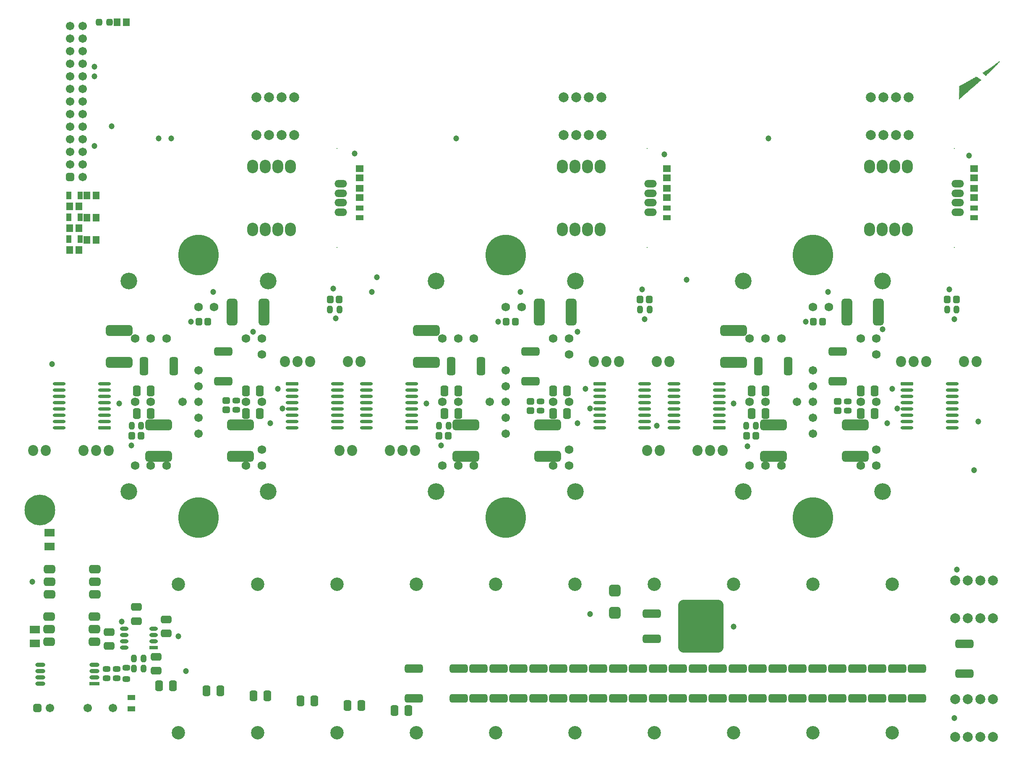
<source format=gts>
G04*
G04 #@! TF.GenerationSoftware,Altium Limited,Altium Designer,24.1.2 (44)*
G04*
G04 Layer_Color=8388736*
%FSLAX44Y44*%
%MOMM*%
G71*
G04*
G04 #@! TF.SameCoordinates,79274CF1-F64A-4BB2-BB1D-09D00C332B84*
G04*
G04*
G04 #@! TF.FilePolarity,Negative*
G04*
G01*
G75*
G04:AMPARAMS|DCode=21|XSize=2.6028mm|YSize=0.6221mm|CornerRadius=0.1555mm|HoleSize=0mm|Usage=FLASHONLY|Rotation=180.000|XOffset=0mm|YOffset=0mm|HoleType=Round|Shape=RoundedRectangle|*
%AMROUNDEDRECTD21*
21,1,2.6028,0.3111,0,0,180.0*
21,1,2.2917,0.6221,0,0,180.0*
1,1,0.3111,-1.1459,0.1555*
1,1,0.3111,1.1459,0.1555*
1,1,0.3111,1.1459,-0.1555*
1,1,0.3111,-1.1459,-0.1555*
%
%ADD21ROUNDEDRECTD21*%
G04:AMPARAMS|DCode=22|XSize=2.6028mm|YSize=0.6221mm|CornerRadius=0.3111mm|HoleSize=0mm|Usage=FLASHONLY|Rotation=180.000|XOffset=0mm|YOffset=0mm|HoleType=Round|Shape=RoundedRectangle|*
%AMROUNDEDRECTD22*
21,1,2.6028,0.0000,0,0,180.0*
21,1,1.9807,0.6221,0,0,180.0*
1,1,0.6221,-0.9903,0.0000*
1,1,0.6221,0.9903,0.0000*
1,1,0.6221,0.9903,0.0000*
1,1,0.6221,-0.9903,0.0000*
%
%ADD22ROUNDEDRECTD22*%
%ADD44R,2.1532X1.6032*%
%ADD45C,1.2032*%
%ADD46R,1.1032X1.5032*%
%ADD47R,1.3532X1.5532*%
G04:AMPARAMS|DCode=48|XSize=1.5532mm|YSize=1.3532mm|CornerRadius=0.3891mm|HoleSize=0mm|Usage=FLASHONLY|Rotation=270.000|XOffset=0mm|YOffset=0mm|HoleType=Round|Shape=RoundedRectangle|*
%AMROUNDEDRECTD48*
21,1,1.5532,0.5750,0,0,270.0*
21,1,0.7750,1.3532,0,0,270.0*
1,1,0.7782,-0.2875,-0.3875*
1,1,0.7782,-0.2875,0.3875*
1,1,0.7782,0.2875,0.3875*
1,1,0.7782,0.2875,-0.3875*
%
%ADD48ROUNDEDRECTD48*%
G04:AMPARAMS|DCode=49|XSize=3.7032mm|YSize=1.7032mm|CornerRadius=0.4766mm|HoleSize=0mm|Usage=FLASHONLY|Rotation=0.000|XOffset=0mm|YOffset=0mm|HoleType=Round|Shape=RoundedRectangle|*
%AMROUNDEDRECTD49*
21,1,3.7032,0.7500,0,0,0.0*
21,1,2.7500,1.7032,0,0,0.0*
1,1,0.9532,1.3750,-0.3750*
1,1,0.9532,-1.3750,-0.3750*
1,1,0.9532,-1.3750,0.3750*
1,1,0.9532,1.3750,0.3750*
%
%ADD49ROUNDEDRECTD49*%
G04:AMPARAMS|DCode=50|XSize=2.1532mm|YSize=1.6032mm|CornerRadius=0.4516mm|HoleSize=0mm|Usage=FLASHONLY|Rotation=0.000|XOffset=0mm|YOffset=0mm|HoleType=Round|Shape=RoundedRectangle|*
%AMROUNDEDRECTD50*
21,1,2.1532,0.7000,0,0,0.0*
21,1,1.2500,1.6032,0,0,0.0*
1,1,0.9032,0.6250,-0.3500*
1,1,0.9032,-0.6250,-0.3500*
1,1,0.9032,-0.6250,0.3500*
1,1,0.9032,0.6250,0.3500*
%
%ADD50ROUNDEDRECTD50*%
G04:AMPARAMS|DCode=51|XSize=1.7032mm|YSize=2.3032mm|CornerRadius=0.4766mm|HoleSize=0mm|Usage=FLASHONLY|Rotation=90.000|XOffset=0mm|YOffset=0mm|HoleType=Round|Shape=RoundedRectangle|*
%AMROUNDEDRECTD51*
21,1,1.7032,1.3500,0,0,90.0*
21,1,0.7500,2.3032,0,0,90.0*
1,1,0.9532,0.6750,0.3750*
1,1,0.9532,0.6750,-0.3750*
1,1,0.9532,-0.6750,-0.3750*
1,1,0.9532,-0.6750,0.3750*
%
%ADD51ROUNDEDRECTD51*%
%ADD52R,1.7232X0.8032*%
%ADD53O,1.7232X0.8032*%
G04:AMPARAMS|DCode=54|XSize=2.1532mm|YSize=1.6032mm|CornerRadius=0.4516mm|HoleSize=0mm|Usage=FLASHONLY|Rotation=90.000|XOffset=0mm|YOffset=0mm|HoleType=Round|Shape=RoundedRectangle|*
%AMROUNDEDRECTD54*
21,1,2.1532,0.7000,0,0,90.0*
21,1,1.2500,1.6032,0,0,90.0*
1,1,0.9032,0.3500,0.6250*
1,1,0.9032,0.3500,-0.6250*
1,1,0.9032,-0.3500,-0.6250*
1,1,0.9032,-0.3500,0.6250*
%
%ADD54ROUNDEDRECTD54*%
G04:AMPARAMS|DCode=55|XSize=1.1032mm|YSize=1.5032mm|CornerRadius=0.3266mm|HoleSize=0mm|Usage=FLASHONLY|Rotation=180.000|XOffset=0mm|YOffset=0mm|HoleType=Round|Shape=RoundedRectangle|*
%AMROUNDEDRECTD55*
21,1,1.1032,0.8500,0,0,180.0*
21,1,0.4500,1.5032,0,0,180.0*
1,1,0.6532,-0.2250,0.4250*
1,1,0.6532,0.2250,0.4250*
1,1,0.6532,0.2250,-0.4250*
1,1,0.6532,-0.2250,-0.4250*
%
%ADD55ROUNDEDRECTD55*%
G04:AMPARAMS|DCode=56|XSize=1.1032mm|YSize=1.5032mm|CornerRadius=0.3266mm|HoleSize=0mm|Usage=FLASHONLY|Rotation=270.000|XOffset=0mm|YOffset=0mm|HoleType=Round|Shape=RoundedRectangle|*
%AMROUNDEDRECTD56*
21,1,1.1032,0.8500,0,0,270.0*
21,1,0.4500,1.5032,0,0,270.0*
1,1,0.6532,-0.4250,-0.2250*
1,1,0.6532,-0.4250,0.2250*
1,1,0.6532,0.4250,0.2250*
1,1,0.6532,0.4250,-0.2250*
%
%ADD56ROUNDEDRECTD56*%
%ADD57O,2.0032X0.8032*%
%ADD58R,2.0032X0.8032*%
%ADD59R,1.5032X1.1032*%
G04:AMPARAMS|DCode=60|XSize=9.2032mm|YSize=10.7032mm|CornerRadius=1.2266mm|HoleSize=0mm|Usage=FLASHONLY|Rotation=0.000|XOffset=0mm|YOffset=0mm|HoleType=Round|Shape=RoundedRectangle|*
%AMROUNDEDRECTD60*
21,1,9.2032,8.2500,0,0,0.0*
21,1,6.7500,10.7032,0,0,0.0*
1,1,2.4532,3.3750,-4.1250*
1,1,2.4532,-3.3750,-4.1250*
1,1,2.4532,-3.3750,4.1250*
1,1,2.4532,3.3750,4.1250*
%
%ADD60ROUNDEDRECTD60*%
G04:AMPARAMS|DCode=61|XSize=1.7032mm|YSize=3.7032mm|CornerRadius=0.4766mm|HoleSize=0mm|Usage=FLASHONLY|Rotation=90.000|XOffset=0mm|YOffset=0mm|HoleType=Round|Shape=RoundedRectangle|*
%AMROUNDEDRECTD61*
21,1,1.7032,2.7500,0,0,90.0*
21,1,0.7500,3.7032,0,0,90.0*
1,1,0.9532,1.3750,0.3750*
1,1,0.9532,1.3750,-0.3750*
1,1,0.9532,-1.3750,-0.3750*
1,1,0.9532,-1.3750,0.3750*
%
%ADD61ROUNDEDRECTD61*%
G04:AMPARAMS|DCode=62|XSize=2.4032mm|YSize=2.4132mm|CornerRadius=0.6516mm|HoleSize=0mm|Usage=FLASHONLY|Rotation=180.000|XOffset=0mm|YOffset=0mm|HoleType=Round|Shape=RoundedRectangle|*
%AMROUNDEDRECTD62*
21,1,2.4032,1.1100,0,0,180.0*
21,1,1.1000,2.4132,0,0,180.0*
1,1,1.3032,-0.5500,0.5550*
1,1,1.3032,0.5500,0.5550*
1,1,1.3032,0.5500,-0.5550*
1,1,1.3032,-0.5500,-0.5550*
%
%ADD62ROUNDEDRECTD62*%
G04:AMPARAMS|DCode=63|XSize=2.2032mm|YSize=5.4032mm|CornerRadius=0.6016mm|HoleSize=0mm|Usage=FLASHONLY|Rotation=270.000|XOffset=0mm|YOffset=0mm|HoleType=Round|Shape=RoundedRectangle|*
%AMROUNDEDRECTD63*
21,1,2.2032,4.2000,0,0,270.0*
21,1,1.0000,5.4032,0,0,270.0*
1,1,1.2032,-2.1000,-0.5000*
1,1,1.2032,-2.1000,0.5000*
1,1,1.2032,2.1000,0.5000*
1,1,1.2032,2.1000,-0.5000*
%
%ADD63ROUNDEDRECTD63*%
%ADD64R,1.5532X1.3532*%
G04:AMPARAMS|DCode=65|XSize=3.7032mm|YSize=1.7032mm|CornerRadius=0.4766mm|HoleSize=0mm|Usage=FLASHONLY|Rotation=270.000|XOffset=0mm|YOffset=0mm|HoleType=Round|Shape=RoundedRectangle|*
%AMROUNDEDRECTD65*
21,1,3.7032,0.7500,0,0,270.0*
21,1,2.7500,1.7032,0,0,270.0*
1,1,0.9532,-0.3750,-1.3750*
1,1,0.9532,-0.3750,1.3750*
1,1,0.9532,0.3750,1.3750*
1,1,0.9532,0.3750,-1.3750*
%
%ADD65ROUNDEDRECTD65*%
G04:AMPARAMS|DCode=66|XSize=1.5532mm|YSize=1.3532mm|CornerRadius=0.3891mm|HoleSize=0mm|Usage=FLASHONLY|Rotation=180.000|XOffset=0mm|YOffset=0mm|HoleType=Round|Shape=RoundedRectangle|*
%AMROUNDEDRECTD66*
21,1,1.5532,0.5750,0,0,180.0*
21,1,0.7750,1.3532,0,0,180.0*
1,1,0.7782,-0.3875,0.2875*
1,1,0.7782,0.3875,0.2875*
1,1,0.7782,0.3875,-0.2875*
1,1,0.7782,-0.3875,-0.2875*
%
%ADD66ROUNDEDRECTD66*%
G04:AMPARAMS|DCode=67|XSize=1.4032mm|YSize=1.3032mm|CornerRadius=0.3766mm|HoleSize=0mm|Usage=FLASHONLY|Rotation=270.000|XOffset=0mm|YOffset=0mm|HoleType=Round|Shape=RoundedRectangle|*
%AMROUNDEDRECTD67*
21,1,1.4032,0.5500,0,0,270.0*
21,1,0.6500,1.3032,0,0,270.0*
1,1,0.7532,-0.2750,-0.3250*
1,1,0.7532,-0.2750,0.3250*
1,1,0.7532,0.2750,0.3250*
1,1,0.7532,0.2750,-0.3250*
%
%ADD67ROUNDEDRECTD67*%
G04:AMPARAMS|DCode=68|XSize=2.2032mm|YSize=5.4032mm|CornerRadius=0.6016mm|HoleSize=0mm|Usage=FLASHONLY|Rotation=0.000|XOffset=0mm|YOffset=0mm|HoleType=Round|Shape=RoundedRectangle|*
%AMROUNDEDRECTD68*
21,1,2.2032,4.2000,0,0,0.0*
21,1,1.0000,5.4032,0,0,0.0*
1,1,1.2032,0.5000,-2.1000*
1,1,1.2032,-0.5000,-2.1000*
1,1,1.2032,-0.5000,2.1000*
1,1,1.2032,0.5000,2.1000*
%
%ADD68ROUNDEDRECTD68*%
%ADD69C,2.7032*%
%ADD70O,2.2032X2.7032*%
%ADD71O,2.5032X1.5032*%
%ADD72C,0.2032*%
%ADD73O,2.0032X2.2032*%
%ADD74C,1.7032*%
G04:AMPARAMS|DCode=75|XSize=1.7032mm|YSize=1.7032mm|CornerRadius=0.4766mm|HoleSize=0mm|Usage=FLASHONLY|Rotation=90.000|XOffset=0mm|YOffset=0mm|HoleType=Round|Shape=RoundedRectangle|*
%AMROUNDEDRECTD75*
21,1,1.7032,0.7500,0,0,90.0*
21,1,0.7500,1.7032,0,0,90.0*
1,1,0.9532,0.3750,0.3750*
1,1,0.9532,0.3750,-0.3750*
1,1,0.9532,-0.3750,-0.3750*
1,1,0.9532,-0.3750,0.3750*
%
%ADD75ROUNDEDRECTD75*%
%ADD76C,2.0032*%
G04:AMPARAMS|DCode=77|XSize=1.7032mm|YSize=1.7032mm|CornerRadius=0.4766mm|HoleSize=0mm|Usage=FLASHONLY|Rotation=0.000|XOffset=0mm|YOffset=0mm|HoleType=Round|Shape=RoundedRectangle|*
%AMROUNDEDRECTD77*
21,1,1.7032,0.7500,0,0,0.0*
21,1,0.7500,1.7032,0,0,0.0*
1,1,0.9532,0.3750,-0.3750*
1,1,0.9532,-0.3750,-0.3750*
1,1,0.9532,-0.3750,0.3750*
1,1,0.9532,0.3750,0.3750*
%
%ADD77ROUNDEDRECTD77*%
%ADD78C,1.7272*%
%ADD79C,6.2032*%
%ADD80C,8.1600*%
%ADD81C,3.3600*%
G36*
X1935354Y1374474D02*
X1935057D01*
Y1374772D01*
X1935354D01*
Y1374474D01*
D02*
G37*
G36*
X1934760D02*
X1935057D01*
Y1374177D01*
X1935354D01*
Y1373879D01*
X1935652D01*
Y1374177D01*
X1935950D01*
Y1373879D01*
X1936247D01*
Y1373582D01*
X1936544D01*
Y1373284D01*
X1936842D01*
Y1373582D01*
X1937139D01*
Y1373284D01*
X1937437D01*
Y1372987D01*
X1937734D01*
Y1372690D01*
X1938032D01*
Y1372392D01*
X1938329D01*
Y1372095D01*
X1938627D01*
Y1372392D01*
X1938924D01*
Y1371500D01*
X1939222D01*
Y1371797D01*
X1939519D01*
Y1371500D01*
X1939817D01*
Y1371202D01*
X1940114D01*
Y1370905D01*
X1940412D01*
Y1371202D01*
X1940709D01*
Y1370905D01*
X1941006D01*
Y1370607D01*
X1941304D01*
Y1370310D01*
X1941602D01*
Y1370012D01*
X1941899D01*
Y1369715D01*
X1942196D01*
Y1370012D01*
X1942494D01*
Y1369120D01*
X1942791D01*
Y1369417D01*
X1943089D01*
Y1369120D01*
X1943386D01*
Y1368822D01*
X1943684D01*
Y1368525D01*
X1943981D01*
Y1368227D01*
X1944279D01*
Y1367930D01*
X1944576D01*
Y1367632D01*
X1944279D01*
Y1367335D01*
X1943981D01*
Y1367038D01*
X1943684D01*
Y1366740D01*
X1943386D01*
Y1366443D01*
X1943089D01*
Y1366145D01*
X1942791D01*
Y1366443D01*
X1942494D01*
Y1366145D01*
X1942196D01*
Y1365848D01*
X1941899D01*
Y1365550D01*
X1941602D01*
Y1365253D01*
X1941304D01*
Y1364955D01*
X1941006D01*
Y1364658D01*
X1940709D01*
Y1364360D01*
X1940412D01*
Y1364658D01*
X1940114D01*
Y1364360D01*
X1940412D01*
Y1364063D01*
X1940114D01*
Y1363765D01*
X1939817D01*
Y1364063D01*
X1939519D01*
Y1363765D01*
X1939817D01*
Y1363468D01*
X1939519D01*
Y1363170D01*
X1939222D01*
Y1363468D01*
X1938924D01*
Y1363170D01*
X1939222D01*
Y1362873D01*
X1938924D01*
Y1362576D01*
X1938627D01*
Y1362873D01*
X1938329D01*
Y1362576D01*
X1938627D01*
Y1362278D01*
X1938329D01*
Y1361980D01*
X1938032D01*
Y1362278D01*
X1937734D01*
Y1361385D01*
X1937437D01*
Y1361683D01*
X1937139D01*
Y1360791D01*
X1936842D01*
Y1361088D01*
X1936544D01*
Y1360791D01*
X1936247D01*
Y1360493D01*
X1935950D01*
Y1360196D01*
X1935652D01*
Y1359898D01*
X1935354D01*
Y1359601D01*
X1935057D01*
Y1359303D01*
X1934760D01*
Y1359006D01*
X1934462D01*
Y1359303D01*
X1934165D01*
Y1359006D01*
X1933867D01*
Y1358708D01*
X1933570D01*
Y1358411D01*
X1933272D01*
Y1358113D01*
X1932975D01*
Y1357816D01*
X1932677D01*
Y1357518D01*
X1932380D01*
Y1357221D01*
X1932082D01*
Y1356923D01*
X1931785D01*
Y1356626D01*
X1931487D01*
Y1356328D01*
X1931190D01*
Y1356031D01*
X1930892D01*
Y1356328D01*
X1930595D01*
Y1356031D01*
X1930892D01*
Y1355734D01*
X1930595D01*
Y1355436D01*
X1930298D01*
Y1355734D01*
X1930000D01*
Y1355436D01*
X1930298D01*
Y1355139D01*
X1930000D01*
Y1354841D01*
X1929702D01*
Y1355139D01*
X1929405D01*
Y1354246D01*
X1929108D01*
Y1354544D01*
X1928810D01*
Y1353651D01*
X1928513D01*
Y1353949D01*
X1928215D01*
Y1353651D01*
X1927918D01*
Y1353354D01*
X1927620D01*
Y1353056D01*
X1927323D01*
Y1352759D01*
X1927025D01*
Y1352461D01*
X1926728D01*
Y1352164D01*
X1926430D01*
Y1351866D01*
X1926133D01*
Y1351569D01*
X1925835D01*
Y1351272D01*
X1925240D01*
Y1350677D01*
X1924943D01*
Y1350974D01*
X1924646D01*
Y1350677D01*
X1924348D01*
Y1350379D01*
X1924050D01*
Y1350082D01*
X1923753D01*
Y1349784D01*
X1923456D01*
Y1349487D01*
X1923158D01*
Y1349189D01*
X1922861D01*
Y1348892D01*
X1922563D01*
Y1348594D01*
X1922266D01*
Y1348297D01*
X1921968D01*
Y1347999D01*
X1921671D01*
Y1347702D01*
X1921373D01*
Y1347999D01*
X1921076D01*
Y1347702D01*
X1921373D01*
Y1347404D01*
X1921076D01*
Y1347107D01*
X1920778D01*
Y1347404D01*
X1920481D01*
Y1347107D01*
X1920778D01*
Y1346809D01*
X1920481D01*
Y1346512D01*
X1920183D01*
Y1346809D01*
X1919886D01*
Y1345917D01*
X1919588D01*
Y1346214D01*
X1919291D01*
Y1345322D01*
X1918994D01*
Y1345620D01*
X1918696D01*
Y1345322D01*
X1918399D01*
Y1345025D01*
X1918101D01*
Y1344727D01*
X1917804D01*
Y1344430D01*
X1917506D01*
Y1344132D01*
X1917209D01*
Y1343835D01*
X1916911D01*
Y1343537D01*
X1916614D01*
Y1343240D01*
X1916316D01*
Y1342942D01*
X1916019D01*
Y1342645D01*
X1915721D01*
Y1342347D01*
X1915424D01*
Y1342645D01*
X1915126D01*
Y1342347D01*
X1914829D01*
Y1342050D01*
X1914531D01*
Y1341752D01*
X1914234D01*
Y1341455D01*
X1913936D01*
Y1341157D01*
X1913639D01*
Y1340860D01*
X1913342D01*
Y1340562D01*
X1913044D01*
Y1340265D01*
X1912747D01*
Y1339967D01*
X1912449D01*
Y1339670D01*
X1912152D01*
Y1339373D01*
X1911854D01*
Y1339670D01*
X1911557D01*
Y1339373D01*
X1911854D01*
Y1339075D01*
X1911557D01*
Y1338778D01*
X1911259D01*
Y1339075D01*
X1910962D01*
Y1338778D01*
X1911259D01*
Y1338480D01*
X1910962D01*
Y1338183D01*
X1910664D01*
Y1338480D01*
X1910367D01*
Y1338183D01*
X1910664D01*
Y1337885D01*
X1910367D01*
Y1337588D01*
X1910069D01*
Y1337885D01*
X1909772D01*
Y1336993D01*
X1909474D01*
Y1337290D01*
X1909177D01*
Y1336993D01*
X1908879D01*
Y1336695D01*
X1908582D01*
Y1336398D01*
X1908284D01*
Y1336100D01*
X1907987D01*
Y1335803D01*
X1907690D01*
Y1335505D01*
X1907392D01*
Y1335208D01*
X1906797D01*
Y1334613D01*
X1906500D01*
Y1334910D01*
X1906202D01*
Y1334018D01*
X1905905D01*
Y1334315D01*
X1905607D01*
Y1334018D01*
X1905310D01*
Y1333721D01*
X1905012D01*
Y1333423D01*
X1904715D01*
Y1333126D01*
X1904417D01*
Y1332828D01*
X1904120D01*
Y1332531D01*
X1903822D01*
Y1332233D01*
X1903525D01*
Y1331936D01*
X1903227D01*
Y1331638D01*
X1902930D01*
Y1331341D01*
X1902632D01*
Y1331043D01*
X1902335D01*
Y1331341D01*
X1902038D01*
Y1331043D01*
X1902335D01*
Y1330746D01*
X1902038D01*
Y1330448D01*
X1901740D01*
Y1330746D01*
X1901443D01*
Y1330448D01*
X1901740D01*
Y1330151D01*
X1901443D01*
Y1329853D01*
X1901145D01*
Y1330151D01*
X1900848D01*
Y1329259D01*
X1900550D01*
Y1329556D01*
X1900253D01*
Y1329259D01*
X1899955D01*
Y1328961D01*
X1899658D01*
Y1329259D01*
X1899360D01*
Y1330151D01*
X1899658D01*
Y1330448D01*
X1899360D01*
Y1331341D01*
X1899658D01*
Y1331043D01*
X1899955D01*
Y1331341D01*
X1899658D01*
Y1331638D01*
X1899360D01*
Y1332531D01*
X1899658D01*
Y1332233D01*
X1899955D01*
Y1332531D01*
X1899658D01*
Y1332828D01*
X1899360D01*
Y1333126D01*
X1899658D01*
Y1333423D01*
X1899360D01*
Y1333721D01*
X1899658D01*
Y1333423D01*
X1899955D01*
Y1333721D01*
X1899658D01*
Y1334018D01*
X1899360D01*
Y1334315D01*
X1899658D01*
Y1334613D01*
X1899360D01*
Y1334910D01*
X1899658D01*
Y1334613D01*
X1899955D01*
Y1334910D01*
X1899658D01*
Y1335208D01*
X1899360D01*
Y1335505D01*
X1899658D01*
Y1335803D01*
X1899360D01*
Y1336100D01*
X1899658D01*
Y1335803D01*
X1899955D01*
Y1336100D01*
X1899658D01*
Y1336398D01*
X1899360D01*
Y1336695D01*
X1899658D01*
Y1336993D01*
X1899360D01*
Y1337290D01*
X1899658D01*
Y1336993D01*
X1899955D01*
Y1337290D01*
X1899658D01*
Y1337588D01*
X1899360D01*
Y1337885D01*
X1899658D01*
Y1338183D01*
X1899360D01*
Y1338480D01*
X1899658D01*
Y1338183D01*
X1899955D01*
Y1338480D01*
X1899658D01*
Y1338778D01*
X1899360D01*
Y1339075D01*
X1899658D01*
Y1339373D01*
X1899360D01*
Y1339670D01*
X1899658D01*
Y1339373D01*
X1899955D01*
Y1339670D01*
X1899658D01*
Y1339967D01*
X1899360D01*
Y1340265D01*
X1899658D01*
Y1340562D01*
X1899360D01*
Y1340860D01*
X1899658D01*
Y1340562D01*
X1899955D01*
Y1340860D01*
X1899658D01*
Y1341157D01*
X1899360D01*
Y1341455D01*
X1899658D01*
Y1341157D01*
X1899955D01*
Y1341455D01*
X1899658D01*
Y1341752D01*
X1899360D01*
Y1342050D01*
X1899658D01*
Y1341752D01*
X1899955D01*
Y1342050D01*
X1899658D01*
Y1342347D01*
X1899360D01*
Y1342645D01*
X1899658D01*
Y1342347D01*
X1899955D01*
Y1342645D01*
X1899658D01*
Y1342942D01*
X1899360D01*
Y1343240D01*
X1899658D01*
Y1342942D01*
X1899955D01*
Y1343240D01*
X1899658D01*
Y1343537D01*
X1899360D01*
Y1343835D01*
X1899658D01*
Y1343537D01*
X1899955D01*
Y1343835D01*
X1899658D01*
Y1344132D01*
X1899360D01*
Y1344430D01*
X1899658D01*
Y1344132D01*
X1899955D01*
Y1344430D01*
X1899658D01*
Y1344727D01*
X1899360D01*
Y1345025D01*
X1899658D01*
Y1344727D01*
X1899955D01*
Y1345025D01*
X1899658D01*
Y1345322D01*
X1899360D01*
Y1345620D01*
X1899658D01*
Y1345322D01*
X1899955D01*
Y1345620D01*
X1899658D01*
Y1345917D01*
X1899360D01*
Y1346214D01*
X1899658D01*
Y1345917D01*
X1899955D01*
Y1346214D01*
X1899658D01*
Y1346512D01*
X1899955D01*
Y1346809D01*
X1899658D01*
Y1347107D01*
X1899360D01*
Y1347404D01*
X1899658D01*
Y1347107D01*
X1899955D01*
Y1347404D01*
X1899658D01*
Y1347702D01*
X1899955D01*
Y1347999D01*
X1899658D01*
Y1348297D01*
X1899955D01*
Y1348594D01*
X1899658D01*
Y1348892D01*
X1899955D01*
Y1349189D01*
X1899658D01*
Y1349487D01*
X1899955D01*
Y1349784D01*
X1899658D01*
Y1350082D01*
X1899955D01*
Y1350379D01*
X1899658D01*
Y1350677D01*
X1899955D01*
Y1350974D01*
X1899658D01*
Y1351272D01*
X1899955D01*
Y1351569D01*
X1899658D01*
Y1351866D01*
X1899955D01*
Y1352164D01*
X1899658D01*
Y1352461D01*
X1899955D01*
Y1352759D01*
X1899658D01*
Y1353056D01*
X1899955D01*
Y1353354D01*
X1899658D01*
Y1353651D01*
X1899955D01*
Y1353949D01*
X1899658D01*
Y1354246D01*
X1899955D01*
Y1354544D01*
X1899658D01*
Y1354841D01*
X1899955D01*
Y1355734D01*
X1900253D01*
Y1356031D01*
X1900550D01*
Y1356328D01*
X1900848D01*
Y1356031D01*
X1901145D01*
Y1356328D01*
X1901443D01*
Y1356626D01*
X1901740D01*
Y1356923D01*
X1902038D01*
Y1356626D01*
X1902335D01*
Y1356923D01*
X1902632D01*
Y1357221D01*
X1902930D01*
Y1357518D01*
X1903227D01*
Y1357221D01*
X1903525D01*
Y1357518D01*
X1903822D01*
Y1357816D01*
X1904120D01*
Y1358113D01*
X1904417D01*
Y1357816D01*
X1904715D01*
Y1358113D01*
X1905012D01*
Y1358411D01*
X1905310D01*
Y1358708D01*
X1905607D01*
Y1358411D01*
X1905905D01*
Y1359006D01*
X1906500D01*
Y1359303D01*
X1906797D01*
Y1359601D01*
X1907095D01*
Y1359898D01*
X1907392D01*
Y1359601D01*
X1907690D01*
Y1359898D01*
X1907987D01*
Y1359601D01*
X1908284D01*
Y1359898D01*
X1907987D01*
Y1360196D01*
X1908284D01*
Y1360493D01*
X1908582D01*
Y1360196D01*
X1908879D01*
Y1360493D01*
X1909177D01*
Y1360791D01*
X1909474D01*
Y1361088D01*
X1909772D01*
Y1360791D01*
X1910069D01*
Y1361088D01*
X1910367D01*
Y1360791D01*
X1910664D01*
Y1361088D01*
X1910367D01*
Y1361385D01*
X1910664D01*
Y1361683D01*
X1910962D01*
Y1361385D01*
X1911259D01*
Y1361683D01*
X1911557D01*
Y1361980D01*
X1911854D01*
Y1362278D01*
X1912152D01*
Y1361980D01*
X1912449D01*
Y1362278D01*
X1912152D01*
Y1362576D01*
X1912449D01*
Y1362278D01*
X1912747D01*
Y1362576D01*
X1912449D01*
Y1362873D01*
X1912747D01*
Y1362576D01*
X1913044D01*
Y1362873D01*
X1913342D01*
Y1362576D01*
X1913639D01*
Y1363170D01*
X1914234D01*
Y1363468D01*
X1914531D01*
Y1363765D01*
X1914829D01*
Y1364063D01*
X1915126D01*
Y1363765D01*
X1915424D01*
Y1364063D01*
X1915721D01*
Y1364360D01*
X1916019D01*
Y1364658D01*
X1916316D01*
Y1364360D01*
X1916614D01*
Y1364658D01*
X1916911D01*
Y1364955D01*
X1917209D01*
Y1365253D01*
X1917506D01*
Y1364955D01*
X1917804D01*
Y1365253D01*
X1918101D01*
Y1365550D01*
X1918399D01*
Y1365848D01*
X1918696D01*
Y1365550D01*
X1918994D01*
Y1366443D01*
X1919291D01*
Y1366145D01*
X1919588D01*
Y1366443D01*
X1919886D01*
Y1366740D01*
X1920183D01*
Y1367038D01*
X1920481D01*
Y1366740D01*
X1920778D01*
Y1367038D01*
X1921076D01*
Y1366740D01*
X1921373D01*
Y1367038D01*
X1921076D01*
Y1367335D01*
X1921373D01*
Y1367632D01*
X1921671D01*
Y1367335D01*
X1921968D01*
Y1367632D01*
X1922266D01*
Y1367930D01*
X1922563D01*
Y1368227D01*
X1922861D01*
Y1368525D01*
X1923158D01*
Y1368227D01*
X1923456D01*
Y1368525D01*
X1923158D01*
Y1368822D01*
X1923456D01*
Y1368525D01*
X1923753D01*
Y1368822D01*
X1924050D01*
Y1369120D01*
X1924348D01*
Y1369417D01*
X1924646D01*
Y1369120D01*
X1924943D01*
Y1369417D01*
X1925240D01*
Y1369715D01*
X1925538D01*
Y1370012D01*
X1925835D01*
Y1369715D01*
X1926133D01*
Y1370012D01*
X1926430D01*
Y1370310D01*
X1926728D01*
Y1370607D01*
X1927025D01*
Y1370310D01*
X1927323D01*
Y1370905D01*
X1927918D01*
Y1371202D01*
X1928215D01*
Y1371500D01*
X1928513D01*
Y1371797D01*
X1928810D01*
Y1371500D01*
X1929108D01*
Y1371797D01*
X1929405D01*
Y1372095D01*
X1929702D01*
Y1372392D01*
X1930000D01*
Y1372095D01*
X1930298D01*
Y1372392D01*
X1930595D01*
Y1372690D01*
X1930892D01*
Y1372987D01*
X1931190D01*
Y1373284D01*
X1931487D01*
Y1372987D01*
X1931785D01*
Y1373284D01*
X1931487D01*
Y1373582D01*
X1931785D01*
Y1373284D01*
X1932082D01*
Y1373582D01*
X1932380D01*
Y1373879D01*
X1932677D01*
Y1374177D01*
X1932975D01*
Y1373879D01*
X1933272D01*
Y1374177D01*
X1933570D01*
Y1374474D01*
X1933867D01*
Y1374772D01*
X1934165D01*
Y1374474D01*
X1934462D01*
Y1374772D01*
X1934760D01*
Y1374474D01*
D02*
G37*
G36*
X1941899Y1370310D02*
X1941602D01*
Y1370607D01*
X1941899D01*
Y1370310D01*
D02*
G37*
G36*
X1981760Y1405412D02*
X1981463D01*
Y1405709D01*
X1981760D01*
Y1405412D01*
D02*
G37*
G36*
X1981165D02*
X1981463D01*
Y1405114D01*
X1981760D01*
Y1404817D01*
X1981463D01*
Y1404519D01*
X1981165D01*
Y1403627D01*
X1980868D01*
Y1403924D01*
X1980570D01*
Y1403032D01*
X1980273D01*
Y1403329D01*
X1979975D01*
Y1403032D01*
X1980273D01*
Y1402734D01*
X1979975D01*
Y1402437D01*
X1979678D01*
Y1402734D01*
X1979380D01*
Y1402437D01*
X1979678D01*
Y1402139D01*
X1979380D01*
Y1401842D01*
X1979083D01*
Y1401544D01*
X1978786D01*
Y1401247D01*
X1978488D01*
Y1400950D01*
X1978191D01*
Y1400652D01*
X1977893D01*
Y1400354D01*
X1977596D01*
Y1400057D01*
X1977298D01*
Y1399760D01*
X1977001D01*
Y1399462D01*
X1976703D01*
Y1399165D01*
X1976406D01*
Y1398867D01*
X1976108D01*
Y1398570D01*
X1975811D01*
Y1398272D01*
X1975513D01*
Y1397975D01*
X1975216D01*
Y1397082D01*
X1974918D01*
Y1397380D01*
X1974621D01*
Y1396487D01*
X1974323D01*
Y1396190D01*
X1974026D01*
Y1395892D01*
X1973728D01*
Y1396190D01*
X1973431D01*
Y1395298D01*
X1973134D01*
Y1395000D01*
X1972836D01*
Y1394702D01*
X1972539D01*
Y1394405D01*
X1972241D01*
Y1394108D01*
X1971944D01*
Y1393810D01*
X1971646D01*
Y1393513D01*
X1971349D01*
Y1393215D01*
X1971051D01*
Y1392918D01*
X1970754D01*
Y1392620D01*
X1970456D01*
Y1392323D01*
X1970159D01*
Y1392025D01*
X1969861D01*
Y1391728D01*
X1969564D01*
Y1391430D01*
X1969266D01*
Y1391133D01*
X1968969D01*
Y1390835D01*
X1968672D01*
Y1390538D01*
X1968374D01*
Y1390240D01*
X1968076D01*
Y1389943D01*
X1967779D01*
Y1389646D01*
X1967482D01*
Y1389348D01*
X1967184D01*
Y1389050D01*
X1966887D01*
Y1388753D01*
X1966589D01*
Y1388456D01*
X1966292D01*
Y1388158D01*
X1965994D01*
Y1387861D01*
X1965697D01*
Y1387563D01*
X1965399D01*
Y1387266D01*
X1965102D01*
Y1386968D01*
X1964804D01*
Y1386671D01*
X1964507D01*
Y1386373D01*
X1963912D01*
Y1385778D01*
X1963614D01*
Y1385481D01*
X1963317D01*
Y1385183D01*
X1963020D01*
Y1385481D01*
X1962722D01*
Y1384588D01*
X1962424D01*
Y1384291D01*
X1962127D01*
Y1383994D01*
X1961830D01*
Y1384291D01*
X1961532D01*
Y1383399D01*
X1961235D01*
Y1383696D01*
X1960937D01*
Y1382804D01*
X1960640D01*
Y1383101D01*
X1960342D01*
Y1382209D01*
X1960045D01*
Y1382506D01*
X1959747D01*
Y1381614D01*
X1959450D01*
Y1381911D01*
X1959152D01*
Y1381614D01*
X1958855D01*
Y1381316D01*
X1958557D01*
Y1381019D01*
X1958260D01*
Y1380721D01*
X1957962D01*
Y1380424D01*
X1957665D01*
Y1380126D01*
X1957368D01*
Y1379829D01*
X1957070D01*
Y1379531D01*
X1956773D01*
Y1379234D01*
X1956475D01*
Y1378936D01*
X1956178D01*
Y1378639D01*
X1955880D01*
Y1378342D01*
X1955583D01*
Y1378044D01*
X1955285D01*
Y1377747D01*
X1954988D01*
Y1377449D01*
X1954690D01*
Y1377152D01*
X1954393D01*
Y1376854D01*
X1954095D01*
Y1376557D01*
X1953798D01*
Y1376259D01*
X1953500D01*
Y1376557D01*
X1953203D01*
Y1376259D01*
X1952905D01*
Y1376557D01*
X1952608D01*
Y1376854D01*
X1952310D01*
Y1377152D01*
X1952013D01*
Y1377449D01*
X1951716D01*
Y1377747D01*
X1951418D01*
Y1378044D01*
X1951121D01*
Y1378342D01*
X1950823D01*
Y1378639D01*
X1950526D01*
Y1378936D01*
X1950228D01*
Y1379234D01*
X1949931D01*
Y1379531D01*
X1949633D01*
Y1379829D01*
X1949336D01*
Y1380126D01*
X1949038D01*
Y1380424D01*
X1948741D01*
Y1380721D01*
X1948443D01*
Y1381019D01*
X1948146D01*
Y1381316D01*
X1947848D01*
Y1381614D01*
X1947551D01*
Y1381911D01*
X1947253D01*
Y1382209D01*
X1946956D01*
Y1382506D01*
X1947253D01*
Y1382209D01*
X1947551D01*
Y1382506D01*
X1947253D01*
Y1382804D01*
X1947551D01*
Y1383101D01*
X1947848D01*
Y1382804D01*
X1948146D01*
Y1383101D01*
X1948443D01*
Y1383399D01*
X1948741D01*
Y1383696D01*
X1949038D01*
Y1383994D01*
X1949336D01*
Y1383696D01*
X1949633D01*
Y1383994D01*
X1949336D01*
Y1384291D01*
X1949633D01*
Y1383994D01*
X1949931D01*
Y1384291D01*
X1950228D01*
Y1384588D01*
X1950526D01*
Y1384886D01*
X1950823D01*
Y1384588D01*
X1951121D01*
Y1385183D01*
X1951716D01*
Y1385481D01*
X1952013D01*
Y1385778D01*
X1952310D01*
Y1386076D01*
X1952608D01*
Y1385778D01*
X1952905D01*
Y1386076D01*
X1953203D01*
Y1386373D01*
X1953500D01*
Y1386671D01*
X1953798D01*
Y1386968D01*
X1954095D01*
Y1387266D01*
X1954393D01*
Y1386968D01*
X1954690D01*
Y1387266D01*
X1954988D01*
Y1387563D01*
X1955285D01*
Y1387861D01*
X1955583D01*
Y1388158D01*
X1955880D01*
Y1388456D01*
X1956178D01*
Y1388158D01*
X1956475D01*
Y1388456D01*
X1956773D01*
Y1388753D01*
X1957070D01*
Y1389050D01*
X1957368D01*
Y1389348D01*
X1957665D01*
Y1389646D01*
X1957962D01*
Y1389348D01*
X1958260D01*
Y1389646D01*
X1958557D01*
Y1389943D01*
X1958855D01*
Y1390240D01*
X1959152D01*
Y1390538D01*
X1959450D01*
Y1390835D01*
X1959747D01*
Y1390538D01*
X1960045D01*
Y1390835D01*
X1960342D01*
Y1391133D01*
X1960640D01*
Y1391430D01*
X1960937D01*
Y1391133D01*
X1961235D01*
Y1391430D01*
X1960937D01*
Y1391728D01*
X1961235D01*
Y1392025D01*
X1961532D01*
Y1391728D01*
X1961830D01*
Y1392323D01*
X1962424D01*
Y1392620D01*
X1962722D01*
Y1392918D01*
X1963020D01*
Y1393215D01*
X1963912D01*
Y1393513D01*
X1964209D01*
Y1393810D01*
X1964507D01*
Y1394108D01*
X1964804D01*
Y1394405D01*
X1965102D01*
Y1394108D01*
X1965399D01*
Y1395000D01*
X1965697D01*
Y1394702D01*
X1965994D01*
Y1395000D01*
X1966292D01*
Y1395298D01*
X1966589D01*
Y1395595D01*
X1966887D01*
Y1395892D01*
X1967184D01*
Y1396190D01*
X1967482D01*
Y1395892D01*
X1967779D01*
Y1396190D01*
X1968076D01*
Y1396487D01*
X1968374D01*
Y1396785D01*
X1968672D01*
Y1397082D01*
X1968969D01*
Y1397380D01*
X1969266D01*
Y1397082D01*
X1969564D01*
Y1397380D01*
X1969266D01*
Y1397677D01*
X1969564D01*
Y1397975D01*
X1969861D01*
Y1397677D01*
X1970159D01*
Y1397975D01*
X1970456D01*
Y1398272D01*
X1970754D01*
Y1398570D01*
X1971051D01*
Y1398867D01*
X1971349D01*
Y1399165D01*
X1971646D01*
Y1399462D01*
X1971944D01*
Y1399165D01*
X1972241D01*
Y1399462D01*
X1971944D01*
Y1399760D01*
X1972241D01*
Y1399462D01*
X1972539D01*
Y1399760D01*
X1972836D01*
Y1400057D01*
X1973134D01*
Y1400354D01*
X1973431D01*
Y1400057D01*
X1973728D01*
Y1400354D01*
X1973431D01*
Y1400652D01*
X1973728D01*
Y1400950D01*
X1974026D01*
Y1400652D01*
X1974323D01*
Y1401247D01*
X1974918D01*
Y1401544D01*
X1975216D01*
Y1401842D01*
X1975513D01*
Y1402139D01*
X1975811D01*
Y1402437D01*
X1976108D01*
Y1402734D01*
X1976406D01*
Y1402437D01*
X1976703D01*
Y1402734D01*
X1977001D01*
Y1403032D01*
X1977298D01*
Y1403329D01*
X1977596D01*
Y1403032D01*
X1977893D01*
Y1403329D01*
X1977596D01*
Y1403627D01*
X1977893D01*
Y1403924D01*
X1978191D01*
Y1403627D01*
X1978488D01*
Y1404519D01*
X1978786D01*
Y1404222D01*
X1979083D01*
Y1404519D01*
X1979380D01*
Y1404817D01*
X1979678D01*
Y1405114D01*
X1979975D01*
Y1405412D01*
X1980273D01*
Y1405114D01*
X1980570D01*
Y1405412D01*
X1980273D01*
Y1405709D01*
X1980570D01*
Y1405412D01*
X1980868D01*
Y1405709D01*
X1981165D01*
Y1405412D01*
D02*
G37*
G36*
X1947848Y1381019D02*
X1947551D01*
Y1381316D01*
X1947848D01*
Y1381019D01*
D02*
G37*
G36*
X1949038Y1379829D02*
X1948741D01*
Y1380126D01*
X1949038D01*
Y1379829D01*
D02*
G37*
G36*
X1950228Y1378639D02*
X1949931D01*
Y1378936D01*
X1950228D01*
Y1378639D01*
D02*
G37*
%LPC*%
G36*
X1952310Y1377747D02*
X1952013D01*
Y1377449D01*
X1952310D01*
Y1377747D01*
D02*
G37*
%LPD*%
D21*
X795655Y665550D02*
D03*
X1794345Y754450D02*
D03*
X175655Y665550D02*
D03*
X1415655D02*
D03*
X554345Y754450D02*
D03*
X1174345D02*
D03*
D22*
X795655Y678250D02*
D03*
Y690950D02*
D03*
Y703650D02*
D03*
Y716350D02*
D03*
Y729050D02*
D03*
Y741750D02*
D03*
Y754450D02*
D03*
X704345D02*
D03*
Y741750D02*
D03*
Y729050D02*
D03*
Y716350D02*
D03*
Y703650D02*
D03*
Y690950D02*
D03*
Y678250D02*
D03*
Y665550D02*
D03*
X1885655Y754450D02*
D03*
Y741750D02*
D03*
Y729050D02*
D03*
Y716350D02*
D03*
Y703650D02*
D03*
Y690950D02*
D03*
Y678250D02*
D03*
Y665550D02*
D03*
X1794345D02*
D03*
Y678250D02*
D03*
Y690950D02*
D03*
Y703650D02*
D03*
Y716350D02*
D03*
Y729050D02*
D03*
Y741750D02*
D03*
X175655Y678250D02*
D03*
Y690950D02*
D03*
Y703650D02*
D03*
Y716350D02*
D03*
Y729050D02*
D03*
Y741750D02*
D03*
Y754450D02*
D03*
X84345D02*
D03*
Y741750D02*
D03*
Y729050D02*
D03*
Y716350D02*
D03*
Y703650D02*
D03*
Y690950D02*
D03*
Y678250D02*
D03*
Y665550D02*
D03*
X1324345D02*
D03*
Y678250D02*
D03*
Y690950D02*
D03*
Y703650D02*
D03*
Y716350D02*
D03*
Y729050D02*
D03*
Y741750D02*
D03*
Y754450D02*
D03*
X1415655D02*
D03*
Y741750D02*
D03*
Y729050D02*
D03*
Y716350D02*
D03*
Y703650D02*
D03*
Y690950D02*
D03*
Y678250D02*
D03*
X645655Y754450D02*
D03*
Y741750D02*
D03*
Y729050D02*
D03*
Y716350D02*
D03*
Y703650D02*
D03*
Y690950D02*
D03*
Y678250D02*
D03*
Y665550D02*
D03*
X554345D02*
D03*
Y678250D02*
D03*
Y690950D02*
D03*
Y703650D02*
D03*
Y716350D02*
D03*
Y729050D02*
D03*
Y741750D02*
D03*
X1265655Y754450D02*
D03*
Y741750D02*
D03*
Y729050D02*
D03*
Y716350D02*
D03*
Y703650D02*
D03*
Y690950D02*
D03*
Y678250D02*
D03*
Y665550D02*
D03*
X1174345D02*
D03*
Y678250D02*
D03*
Y690950D02*
D03*
Y703650D02*
D03*
Y716350D02*
D03*
Y729050D02*
D03*
Y741750D02*
D03*
D44*
X65000Y454000D02*
D03*
Y426000D02*
D03*
X35000Y259000D02*
D03*
Y231000D02*
D03*
D45*
X1130000Y860000D02*
D03*
X1745000Y865000D02*
D03*
X1890000Y80000D02*
D03*
X310000Y1250000D02*
D03*
X155000Y1235000D02*
D03*
X725000Y970000D02*
D03*
X715000Y940000D02*
D03*
X1290000Y670000D02*
D03*
X155000Y1375000D02*
D03*
X155000Y1395000D02*
D03*
X1305000Y1218260D02*
D03*
X1472718Y628938D02*
D03*
X855000Y630000D02*
D03*
X230000D02*
D03*
X510000Y675000D02*
D03*
X1755000D02*
D03*
X1130000D02*
D03*
X825000Y715000D02*
D03*
X1445000Y715000D02*
D03*
X205000Y715000D02*
D03*
X525000Y745000D02*
D03*
X1765000D02*
D03*
X1145475Y744525D02*
D03*
X210000Y275000D02*
D03*
X475000Y860000D02*
D03*
X1895000Y380000D02*
D03*
X1930000Y580000D02*
D03*
X30000Y355000D02*
D03*
X1515000Y1250000D02*
D03*
X885000D02*
D03*
X285000D02*
D03*
X70000Y795000D02*
D03*
X637261Y947123D02*
D03*
X1260000Y945000D02*
D03*
X1880000D02*
D03*
X190000Y1275000D02*
D03*
X1350000Y965000D02*
D03*
X1938250Y678250D02*
D03*
X1445000Y265000D02*
D03*
X1155000Y290000D02*
D03*
X340000Y175000D02*
D03*
X325000Y245000D02*
D03*
X680000Y1220000D02*
D03*
X1920000Y1215000D02*
D03*
X535000Y705000D02*
D03*
X1155000D02*
D03*
X1775000D02*
D03*
X1635000Y940000D02*
D03*
X395000D02*
D03*
X1015000D02*
D03*
X350000Y880000D02*
D03*
X970000D02*
D03*
X1590000Y880000D02*
D03*
X642500Y887157D02*
D03*
X1265000Y885000D02*
D03*
X1890000D02*
D03*
D46*
X126500Y1135004D02*
D03*
X103500D02*
D03*
X126500Y1091102D02*
D03*
X103500D02*
D03*
X126500Y1047201D02*
D03*
X103500D02*
D03*
D47*
X124250Y1112803D02*
D03*
X105750D02*
D03*
X124250Y1068902D02*
D03*
X105750D02*
D03*
X158500Y1045000D02*
D03*
X140000D02*
D03*
X124250Y1025000D02*
D03*
X105750D02*
D03*
X158500Y1090000D02*
D03*
X140000D02*
D03*
X158500Y1135000D02*
D03*
X140000D02*
D03*
X219250Y1485000D02*
D03*
X200750D02*
D03*
D48*
X869250Y650000D02*
D03*
X850750D02*
D03*
X649250Y925000D02*
D03*
X630750D02*
D03*
X1274250D02*
D03*
X1255750D02*
D03*
X1894250D02*
D03*
X1875750D02*
D03*
X1470750Y650000D02*
D03*
X1489250D02*
D03*
X230750D02*
D03*
X249250D02*
D03*
X1605750Y880000D02*
D03*
X1624250D02*
D03*
X985750D02*
D03*
X1004250D02*
D03*
X365750D02*
D03*
X384250D02*
D03*
D49*
X800000Y120000D02*
D03*
Y180000D02*
D03*
X890000Y120000D02*
D03*
Y180000D02*
D03*
X930217Y120000D02*
D03*
Y180000D02*
D03*
X970434Y120000D02*
D03*
Y180000D02*
D03*
X1010651Y120000D02*
D03*
Y180000D02*
D03*
X1050869Y120000D02*
D03*
Y180000D02*
D03*
X1091085Y120000D02*
D03*
Y180000D02*
D03*
X1131303Y120000D02*
D03*
Y180000D02*
D03*
X1171520Y120000D02*
D03*
Y180000D02*
D03*
X1211737Y120000D02*
D03*
Y180000D02*
D03*
X1251954Y120000D02*
D03*
Y180000D02*
D03*
X1292171Y120000D02*
D03*
Y180000D02*
D03*
X1332388Y120000D02*
D03*
Y180000D02*
D03*
X1372605Y120000D02*
D03*
Y180000D02*
D03*
X1412823Y120000D02*
D03*
Y180000D02*
D03*
X1453040Y120000D02*
D03*
Y180000D02*
D03*
X1493257Y120000D02*
D03*
Y180000D02*
D03*
X1533474Y120000D02*
D03*
Y180000D02*
D03*
X1573691Y120000D02*
D03*
Y180000D02*
D03*
X1613908Y120000D02*
D03*
Y180000D02*
D03*
X1654125Y120000D02*
D03*
Y180000D02*
D03*
X1694343Y120000D02*
D03*
Y180000D02*
D03*
X1734559Y120000D02*
D03*
Y180000D02*
D03*
X1774777Y120000D02*
D03*
Y180000D02*
D03*
X1814994Y120000D02*
D03*
Y180000D02*
D03*
X1910000Y170000D02*
D03*
Y230000D02*
D03*
X1655000Y760000D02*
D03*
Y820000D02*
D03*
X1035000Y760000D02*
D03*
Y820000D02*
D03*
X415000Y760000D02*
D03*
Y820000D02*
D03*
D50*
X240000Y276000D02*
D03*
Y304000D02*
D03*
X300000Y251000D02*
D03*
Y279000D02*
D03*
X185000Y226000D02*
D03*
Y254000D02*
D03*
X280000Y204000D02*
D03*
Y176000D02*
D03*
D51*
X65000Y380800D02*
D03*
Y355400D02*
D03*
Y330000D02*
D03*
X156000Y380800D02*
D03*
Y355400D02*
D03*
Y330000D02*
D03*
X155000Y234200D02*
D03*
Y259600D02*
D03*
Y285000D02*
D03*
X64000Y234200D02*
D03*
Y259600D02*
D03*
Y285000D02*
D03*
D52*
X275000Y222300D02*
D03*
D53*
Y235000D02*
D03*
Y247700D02*
D03*
Y260400D02*
D03*
X215000Y222300D02*
D03*
Y235000D02*
D03*
Y247700D02*
D03*
Y260400D02*
D03*
D54*
X286000Y145000D02*
D03*
X314000D02*
D03*
X789000Y95001D02*
D03*
X761000D02*
D03*
X694000Y105000D02*
D03*
X666000D02*
D03*
X599000Y115000D02*
D03*
X571000D02*
D03*
X504000Y125000D02*
D03*
X476000D02*
D03*
X409000Y135000D02*
D03*
X381000D02*
D03*
X1729000Y740000D02*
D03*
X1701000D02*
D03*
X1109000D02*
D03*
X1081000D02*
D03*
X489000D02*
D03*
X461000D02*
D03*
X1481000Y695000D02*
D03*
X1509000D02*
D03*
X861000D02*
D03*
X889000D02*
D03*
X241000D02*
D03*
X269000D02*
D03*
X1729000D02*
D03*
X1701000D02*
D03*
X1109000D02*
D03*
X1081000D02*
D03*
X489000D02*
D03*
X461000D02*
D03*
X1481000Y740000D02*
D03*
X1509000D02*
D03*
X861000D02*
D03*
X889000D02*
D03*
X241000D02*
D03*
X269000D02*
D03*
D55*
X254000Y180000D02*
D03*
X235000D02*
D03*
X254000Y200000D02*
D03*
X235000D02*
D03*
X649500Y905000D02*
D03*
X630500D02*
D03*
X1275000D02*
D03*
X1256000D02*
D03*
X1894500D02*
D03*
X1875500D02*
D03*
X1470500Y670000D02*
D03*
X1489500D02*
D03*
X850500D02*
D03*
X869500D02*
D03*
X230500D02*
D03*
X249500D02*
D03*
D56*
X220000Y158500D02*
D03*
Y181500D02*
D03*
X200000Y179500D02*
D03*
Y160500D02*
D03*
X180000Y179500D02*
D03*
Y160500D02*
D03*
X1675000Y719500D02*
D03*
Y700500D02*
D03*
X1055000Y719500D02*
D03*
Y700500D02*
D03*
X441500Y721000D02*
D03*
Y702000D02*
D03*
D57*
X46000Y187700D02*
D03*
Y175000D02*
D03*
Y162300D02*
D03*
Y149600D02*
D03*
X155000Y187700D02*
D03*
Y175000D02*
D03*
Y162300D02*
D03*
D58*
Y149600D02*
D03*
D59*
X230000Y121500D02*
D03*
Y98500D02*
D03*
X1310000Y1090500D02*
D03*
Y1109500D02*
D03*
X690000Y1090500D02*
D03*
Y1109500D02*
D03*
X1930000Y1090500D02*
D03*
Y1109500D02*
D03*
D60*
X1378975Y265400D02*
D03*
D61*
X1280000Y240000D02*
D03*
Y290800D02*
D03*
D62*
X1205000Y292500D02*
D03*
Y337500D02*
D03*
D63*
X285000Y608000D02*
D03*
Y672000D02*
D03*
X450000Y608000D02*
D03*
Y672000D02*
D03*
X1445000Y798000D02*
D03*
Y862000D02*
D03*
X825000Y798000D02*
D03*
Y862000D02*
D03*
X205000Y798000D02*
D03*
Y862000D02*
D03*
X1690000Y672000D02*
D03*
Y608000D02*
D03*
X1070000Y672000D02*
D03*
Y608000D02*
D03*
X1525000Y672000D02*
D03*
Y608000D02*
D03*
X905000Y672000D02*
D03*
Y608000D02*
D03*
D64*
X690000Y1189250D02*
D03*
Y1149250D02*
D03*
X1930000D02*
D03*
Y1130750D02*
D03*
Y1189250D02*
D03*
Y1170750D02*
D03*
X1310000Y1149250D02*
D03*
Y1130750D02*
D03*
Y1189250D02*
D03*
Y1170750D02*
D03*
X690000Y1130750D02*
D03*
Y1170750D02*
D03*
D65*
X1555000Y790000D02*
D03*
X1495000D02*
D03*
X935000D02*
D03*
X875000D02*
D03*
X315000D02*
D03*
X255000D02*
D03*
D66*
X1655000Y719250D02*
D03*
Y700750D02*
D03*
X1035000Y719250D02*
D03*
Y700750D02*
D03*
X421500Y720750D02*
D03*
Y702250D02*
D03*
D67*
X164500Y1485000D02*
D03*
X185500D02*
D03*
D68*
X1673000Y900000D02*
D03*
X1737000D02*
D03*
X1053000D02*
D03*
X1117000D02*
D03*
X433000D02*
D03*
X497000D02*
D03*
D69*
X965000Y350000D02*
D03*
Y50000D02*
D03*
X805000Y350000D02*
D03*
Y50000D02*
D03*
X1765000D02*
D03*
Y350000D02*
D03*
X1605000Y50000D02*
D03*
Y350000D02*
D03*
X1445000Y50000D02*
D03*
Y350000D02*
D03*
X1285000Y50000D02*
D03*
Y350000D02*
D03*
X1125000Y50000D02*
D03*
Y350000D02*
D03*
X645000Y50000D02*
D03*
Y350000D02*
D03*
X485000Y50000D02*
D03*
Y350000D02*
D03*
X325000Y50000D02*
D03*
Y350000D02*
D03*
D70*
X525000Y1193500D02*
D03*
Y1066500D02*
D03*
X550400D02*
D03*
Y1193500D02*
D03*
X474200D02*
D03*
Y1066500D02*
D03*
X499600D02*
D03*
Y1193500D02*
D03*
X1770000D02*
D03*
Y1066500D02*
D03*
X1795400D02*
D03*
Y1193500D02*
D03*
X1719200D02*
D03*
Y1066500D02*
D03*
X1744600D02*
D03*
Y1193500D02*
D03*
X1150000D02*
D03*
Y1066500D02*
D03*
X1175400D02*
D03*
Y1193500D02*
D03*
X1099200D02*
D03*
Y1066500D02*
D03*
X1124600D02*
D03*
Y1193500D02*
D03*
D71*
X652000Y1101430D02*
D03*
Y1120475D02*
D03*
Y1158570D02*
D03*
Y1139520D02*
D03*
X1897000Y1101430D02*
D03*
Y1120475D02*
D03*
Y1158570D02*
D03*
Y1139520D02*
D03*
X1277000Y1101430D02*
D03*
Y1120475D02*
D03*
Y1158570D02*
D03*
Y1139520D02*
D03*
D72*
X645000Y1030000D02*
D03*
Y1230000D02*
D03*
X1890000Y1030000D02*
D03*
Y1230000D02*
D03*
X1270000Y1030000D02*
D03*
Y1230000D02*
D03*
D73*
X692000Y800000D02*
D03*
X666600D02*
D03*
X590400D02*
D03*
X565000D02*
D03*
X539600D02*
D03*
X1782600D02*
D03*
X1808000D02*
D03*
X1833400D02*
D03*
X1909600D02*
D03*
X1935000D02*
D03*
X1315400D02*
D03*
X1290000D02*
D03*
X1213800D02*
D03*
X1188400D02*
D03*
X1163000D02*
D03*
X184400Y620000D02*
D03*
X159000D02*
D03*
X133600D02*
D03*
X57400D02*
D03*
X32000D02*
D03*
X1270000D02*
D03*
X1295400D02*
D03*
X1371600D02*
D03*
X1397000D02*
D03*
X1422400D02*
D03*
X802400D02*
D03*
X777000D02*
D03*
X751600D02*
D03*
X675400D02*
D03*
X650000D02*
D03*
D74*
X131500Y1426600D02*
D03*
X106100D02*
D03*
X131500Y1375800D02*
D03*
Y1350400D02*
D03*
X106100Y1375800D02*
D03*
Y1350400D02*
D03*
X131500Y1325000D02*
D03*
X106100D02*
D03*
X131500Y1299600D02*
D03*
X106100D02*
D03*
X131500Y1248800D02*
D03*
X106100D02*
D03*
X131500Y1223400D02*
D03*
X106100D02*
D03*
X131500Y1172600D02*
D03*
X106100Y1198000D02*
D03*
X131500D02*
D03*
X106100Y1274200D02*
D03*
X131500D02*
D03*
X106100Y1401200D02*
D03*
X131500D02*
D03*
X106100Y1452000D02*
D03*
Y1477400D02*
D03*
X131500Y1452000D02*
D03*
Y1477400D02*
D03*
X192400Y100000D02*
D03*
X141600D02*
D03*
X65400D02*
D03*
X1605000Y782000D02*
D03*
Y718000D02*
D03*
Y686000D02*
D03*
Y654000D02*
D03*
Y750000D02*
D03*
X1573000Y718000D02*
D03*
X985000Y782000D02*
D03*
Y718000D02*
D03*
Y686000D02*
D03*
Y654000D02*
D03*
Y750000D02*
D03*
X953000Y718000D02*
D03*
X365000Y782000D02*
D03*
Y718000D02*
D03*
Y686000D02*
D03*
Y654000D02*
D03*
Y750000D02*
D03*
X333000Y718000D02*
D03*
D75*
X106100Y1172600D02*
D03*
D76*
X1891900Y118100D02*
D03*
X1968100D02*
D03*
X1942700Y41900D02*
D03*
X1917300D02*
D03*
X1891900D02*
D03*
X1968100D02*
D03*
X1917300Y118100D02*
D03*
X1942700D02*
D03*
X1891900Y358100D02*
D03*
X1968100D02*
D03*
X1942700Y281900D02*
D03*
X1917300D02*
D03*
X1891900D02*
D03*
X1968100D02*
D03*
X1917300Y358100D02*
D03*
X1942700D02*
D03*
X507300Y1333100D02*
D03*
X532700D02*
D03*
X481900Y1256900D02*
D03*
X558100D02*
D03*
X532700D02*
D03*
X507300D02*
D03*
X481900Y1333100D02*
D03*
X558100D02*
D03*
X1798100D02*
D03*
X1721900D02*
D03*
X1747300Y1256900D02*
D03*
X1772700D02*
D03*
X1798100D02*
D03*
X1721900D02*
D03*
X1772700Y1333100D02*
D03*
X1747300D02*
D03*
X1178100D02*
D03*
X1101900D02*
D03*
X1127300Y1256900D02*
D03*
X1152700D02*
D03*
X1178100D02*
D03*
X1101900D02*
D03*
X1152700Y1333100D02*
D03*
X1127300D02*
D03*
D77*
X40000Y100000D02*
D03*
D78*
X1637000Y910000D02*
D03*
X1605000D02*
D03*
X1477000Y846000D02*
D03*
Y718000D02*
D03*
X1541000Y590000D02*
D03*
X1701000Y846000D02*
D03*
Y590000D02*
D03*
Y718000D02*
D03*
X1509000D02*
D03*
X1541000Y846000D02*
D03*
X1509000D02*
D03*
X1477000Y590000D02*
D03*
X1509000D02*
D03*
X1733000Y718000D02*
D03*
Y590000D02*
D03*
Y622000D02*
D03*
Y814000D02*
D03*
Y846000D02*
D03*
X1017000Y910000D02*
D03*
X985000D02*
D03*
X857000Y846000D02*
D03*
Y718000D02*
D03*
X921000Y590000D02*
D03*
X1081000Y846000D02*
D03*
Y590000D02*
D03*
Y718000D02*
D03*
X889000D02*
D03*
X921000Y846000D02*
D03*
X889000D02*
D03*
X857000Y590000D02*
D03*
X889000D02*
D03*
X1113000Y718000D02*
D03*
Y590000D02*
D03*
Y622000D02*
D03*
Y814000D02*
D03*
Y846000D02*
D03*
X397000Y910000D02*
D03*
X365000D02*
D03*
X237000Y846000D02*
D03*
Y718000D02*
D03*
X301000Y590000D02*
D03*
X461000Y846000D02*
D03*
Y590000D02*
D03*
Y718000D02*
D03*
X269000D02*
D03*
X301000Y846000D02*
D03*
X269000D02*
D03*
X237000Y590000D02*
D03*
X269000D02*
D03*
X493000Y718000D02*
D03*
Y590000D02*
D03*
Y622000D02*
D03*
Y814000D02*
D03*
Y846000D02*
D03*
D79*
X45000Y500000D02*
D03*
D80*
X365000Y485000D02*
D03*
Y1015000D02*
D03*
X985000Y485000D02*
D03*
Y1015000D02*
D03*
X1605000Y485000D02*
D03*
Y1015000D02*
D03*
D81*
X224500Y537500D02*
D03*
Y962500D02*
D03*
X505500Y537500D02*
D03*
Y962500D02*
D03*
X844500Y537500D02*
D03*
Y962500D02*
D03*
X1125500Y537500D02*
D03*
Y962500D02*
D03*
X1464500Y537500D02*
D03*
Y962500D02*
D03*
X1745500Y537500D02*
D03*
Y962500D02*
D03*
M02*

</source>
